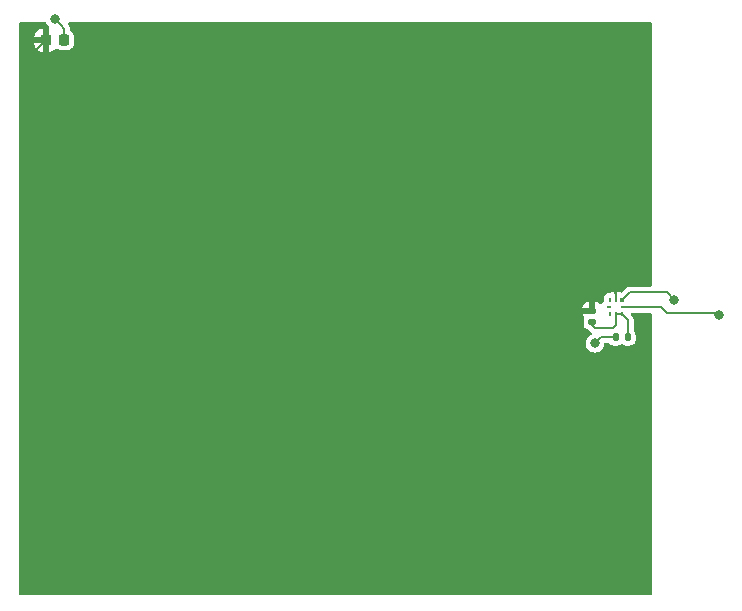
<source format=gtl>
%TF.GenerationSoftware,KiCad,Pcbnew,(6.99.0)*%
%TF.CreationDate,2022-05-24T21:05:52-07:00*%
%TF.ProjectId,Card,43617264-2e6b-4696-9361-645f70636258,rev?*%
%TF.SameCoordinates,Original*%
%TF.FileFunction,Copper,L1,Top*%
%TF.FilePolarity,Positive*%
%FSLAX46Y46*%
G04 Gerber Fmt 4.6, Leading zero omitted, Abs format (unit mm)*
G04 Created by KiCad (PCBNEW (6.99.0)) date 2022-05-24 21:05:52*
%MOMM*%
%LPD*%
G01*
G04 APERTURE LIST*
G04 Aperture macros list*
%AMRoundRect*
0 Rectangle with rounded corners*
0 $1 Rounding radius*
0 $2 $3 $4 $5 $6 $7 $8 $9 X,Y pos of 4 corners*
0 Add a 4 corners polygon primitive as box body*
4,1,4,$2,$3,$4,$5,$6,$7,$8,$9,$2,$3,0*
0 Add four circle primitives for the rounded corners*
1,1,$1+$1,$2,$3*
1,1,$1+$1,$4,$5*
1,1,$1+$1,$6,$7*
1,1,$1+$1,$8,$9*
0 Add four rect primitives between the rounded corners*
20,1,$1+$1,$2,$3,$4,$5,0*
20,1,$1+$1,$4,$5,$6,$7,0*
20,1,$1+$1,$6,$7,$8,$9,0*
20,1,$1+$1,$8,$9,$2,$3,0*%
G04 Aperture macros list end*
%TA.AperFunction,SMDPad,CuDef*%
%ADD10RoundRect,0.140000X0.170000X-0.140000X0.170000X0.140000X-0.170000X0.140000X-0.170000X-0.140000X0*%
%TD*%
%TA.AperFunction,SMDPad,CuDef*%
%ADD11RoundRect,0.135000X0.135000X0.185000X-0.135000X0.185000X-0.135000X-0.185000X0.135000X-0.185000X0*%
%TD*%
%TA.AperFunction,SMDPad,CuDef*%
%ADD12RoundRect,0.218750X-0.218750X-0.256250X0.218750X-0.256250X0.218750X0.256250X-0.218750X0.256250X0*%
%TD*%
%TA.AperFunction,SMDPad,CuDef*%
%ADD13R,0.370000X0.450000*%
%TD*%
%TA.AperFunction,SMDPad,CuDef*%
%ADD14R,0.270000X0.450000*%
%TD*%
%TA.AperFunction,SMDPad,CuDef*%
%ADD15R,0.450000X0.270000*%
%TD*%
%TA.AperFunction,ComponentPad*%
%ADD16C,0.808000*%
%TD*%
%TA.AperFunction,ViaPad*%
%ADD17C,0.800000*%
%TD*%
%TA.AperFunction,Conductor*%
%ADD18C,0.200000*%
%TD*%
G04 APERTURE END LIST*
D10*
%TO.P,C1,1*%
%TO.N,Net-(C1-Pad1)*%
X100838000Y-78458000D03*
%TO.P,C1,2*%
%TO.N,Net-(C1-Pad2)*%
X100838000Y-77498000D03*
%TD*%
D11*
%TO.P,R1,1*%
%TO.N,Net-(C1-Pad1)*%
X103888000Y-79756000D03*
%TO.P,R1,2*%
%TO.N,Net-(D1-Pad2)*%
X102868000Y-79756000D03*
%TD*%
D12*
%TO.P,D1,1,K*%
%TO.N,Net-(C1-Pad2)*%
X54584500Y-54610000D03*
%TO.P,D1,2,A*%
%TO.N,Net-(D1-Pad2)*%
X56159500Y-54610000D03*
%TD*%
D13*
%TO.P,U1,1,LA*%
%TO.N,Net-(U1-Pad1)*%
X103420000Y-76616000D03*
D14*
%TO.P,U1,2,VSS*%
%TO.N,Net-(C1-Pad2)*%
X102870000Y-76616000D03*
%TO.P,U1,3,SCL*%
%TO.N,unconnected-(U1-Pad3)*%
X102370000Y-76616000D03*
D15*
%TO.P,U1,4,FD*%
%TO.N,unconnected-(U1-Pad4)*%
X102270000Y-77216000D03*
D14*
%TO.P,U1,5,SDA*%
%TO.N,unconnected-(U1-Pad5)*%
X102370000Y-77816000D03*
%TO.P,U1,6,VCC*%
%TO.N,Net-(C1-Pad1)*%
X102870000Y-77816000D03*
%TO.P,U1,7,VOUT*%
X103370000Y-77816000D03*
D15*
%TO.P,U1,8,LB*%
%TO.N,Net-(U1-Pad8)*%
X103470000Y-77216000D03*
%TD*%
D16*
%TO.P,U2,P$2*%
%TO.N,Net-(U1-Pad8)*%
X111633000Y-77851000D03*
%TO.P,U2,P$1*%
%TO.N,Net-(U1-Pad1)*%
X107823000Y-76581000D03*
%TD*%
D17*
%TO.N,Net-(D1-Pad2)*%
X101092000Y-80264000D03*
X55372000Y-52832000D03*
%TO.N,Net-(C1-Pad2)*%
X53340000Y-57150000D03*
X99822000Y-79502000D03*
%TD*%
D18*
%TO.N,Net-(U1-Pad8)*%
X111633000Y-77851000D02*
X111506000Y-77724000D01*
X111506000Y-77724000D02*
X107188000Y-77724000D01*
X107188000Y-77724000D02*
X106680000Y-77216000D01*
X106680000Y-77216000D02*
X103470000Y-77216000D01*
%TO.N,Net-(U1-Pad1)*%
X107188000Y-75946000D02*
X107823000Y-76581000D01*
X107188000Y-75946000D02*
X104090000Y-75946000D01*
X104090000Y-75946000D02*
X103420000Y-76616000D01*
%TO.N,Net-(C1-Pad2)*%
X102870000Y-76616000D02*
X102870000Y-75946000D01*
X102616000Y-75692000D02*
X101346000Y-75692000D01*
X100838000Y-76200000D02*
X100838000Y-77498000D01*
X102870000Y-75946000D02*
X102616000Y-75692000D01*
X101346000Y-75692000D02*
X100838000Y-76200000D01*
%TO.N,Net-(C1-Pad1)*%
X100838000Y-78740000D02*
X100838000Y-78458000D01*
X103888000Y-78334000D02*
X103370000Y-77816000D01*
X102644000Y-78966000D02*
X101064000Y-78966000D01*
X102870000Y-78740000D02*
X102644000Y-78966000D01*
X102870000Y-77816000D02*
X102870000Y-78740000D01*
X101064000Y-78966000D02*
X100838000Y-78740000D01*
X102870000Y-77816000D02*
X103370000Y-77816000D01*
X103888000Y-79756000D02*
X103888000Y-78334000D01*
%TO.N,Net-(D1-Pad2)*%
X56159500Y-54610000D02*
X56159500Y-53619500D01*
X56159500Y-53619500D02*
X55880000Y-53340000D01*
X55880000Y-53340000D02*
X55372000Y-52832000D01*
X101092000Y-80264000D02*
X101600000Y-79756000D01*
X101600000Y-79756000D02*
X102868000Y-79756000D01*
%TO.N,Net-(C1-Pad2)*%
X100838000Y-77498000D02*
X100302000Y-77498000D01*
X54584500Y-54610000D02*
X53340000Y-55854500D01*
X100302000Y-77498000D02*
X99822000Y-77978000D01*
X99822000Y-77978000D02*
X99822000Y-79502000D01*
X100810000Y-77470000D02*
X100838000Y-77498000D01*
X53340000Y-55854500D02*
X53340000Y-57150000D01*
%TD*%
%TA.AperFunction,Conductor*%
%TO.N,Net-(C1-Pad2)*%
G36*
X54611429Y-53106002D02*
G01*
X54656859Y-53158195D01*
X54658083Y-53161876D01*
X54681215Y-53200071D01*
X54745096Y-53305551D01*
X54748908Y-53311846D01*
X54753797Y-53316909D01*
X54753798Y-53316910D01*
X54865183Y-53432252D01*
X54898115Y-53495148D01*
X54891815Y-53565865D01*
X54863804Y-53601954D01*
X54865604Y-53603514D01*
X54840171Y-53632865D01*
X54838500Y-53640548D01*
X54838500Y-55574885D01*
X54842975Y-55590124D01*
X54844365Y-55591329D01*
X54851321Y-55592842D01*
X54854782Y-55592663D01*
X54946021Y-55583196D01*
X54959417Y-55580303D01*
X55106687Y-55531170D01*
X55119866Y-55524996D01*
X55251514Y-55443530D01*
X55262915Y-55434494D01*
X55372316Y-55324902D01*
X55434598Y-55290823D01*
X55505419Y-55295826D01*
X55538194Y-55313957D01*
X55638035Y-55390568D01*
X55784053Y-55451050D01*
X55901405Y-55466500D01*
X56159437Y-55466500D01*
X56417594Y-55466499D01*
X56421678Y-55465961D01*
X56421683Y-55465961D01*
X56526759Y-55452128D01*
X56526760Y-55452128D01*
X56534947Y-55451050D01*
X56680965Y-55390568D01*
X56806354Y-55294354D01*
X56902568Y-55168965D01*
X56963050Y-55022947D01*
X56978500Y-54905595D01*
X56978499Y-54314406D01*
X56976902Y-54302270D01*
X56964128Y-54205241D01*
X56964128Y-54205240D01*
X56963050Y-54197053D01*
X56902568Y-54051035D01*
X56806354Y-53925646D01*
X56795470Y-53917294D01*
X56690296Y-53836592D01*
X56648429Y-53779254D01*
X56641000Y-53736629D01*
X56641000Y-53687551D01*
X56642261Y-53676264D01*
X56641684Y-53676218D01*
X56642404Y-53667267D01*
X56644385Y-53658513D01*
X56641242Y-53607856D01*
X56641000Y-53600053D01*
X56641000Y-53584929D01*
X56639634Y-53575389D01*
X56638604Y-53565335D01*
X56636400Y-53529817D01*
X56635844Y-53520855D01*
X56632795Y-53512409D01*
X56631627Y-53506770D01*
X56629283Y-53497369D01*
X56627670Y-53491854D01*
X56626398Y-53482969D01*
X56607957Y-53442409D01*
X56604145Y-53433044D01*
X56592062Y-53399574D01*
X56592058Y-53399567D01*
X56589011Y-53391126D01*
X56583716Y-53383878D01*
X56581015Y-53378798D01*
X56576118Y-53370417D01*
X56573027Y-53365584D01*
X56569312Y-53357414D01*
X56540217Y-53323648D01*
X56533941Y-53315743D01*
X56529371Y-53309488D01*
X56526495Y-53305551D01*
X56522039Y-53301095D01*
X56521785Y-53300629D01*
X56519890Y-53298417D01*
X56520358Y-53298016D01*
X56488013Y-53238783D01*
X56493078Y-53167968D01*
X56535625Y-53111132D01*
X56602145Y-53086321D01*
X56611134Y-53086000D01*
X105792000Y-53086000D01*
X105860121Y-53106002D01*
X105906614Y-53159658D01*
X105918000Y-53212000D01*
X105918000Y-75338500D01*
X105897998Y-75406621D01*
X105844342Y-75453114D01*
X105792000Y-75464500D01*
X104158044Y-75464500D01*
X104146761Y-75463239D01*
X104146715Y-75463817D01*
X104137768Y-75463097D01*
X104129012Y-75461116D01*
X104078366Y-75464258D01*
X104070564Y-75464500D01*
X104055429Y-75464500D01*
X104047181Y-75465681D01*
X104045881Y-75465867D01*
X104035831Y-75466896D01*
X104010031Y-75468497D01*
X103991354Y-75469656D01*
X103982905Y-75472706D01*
X103977276Y-75473872D01*
X103967869Y-75476218D01*
X103962360Y-75477829D01*
X103953469Y-75479102D01*
X103945296Y-75482818D01*
X103912900Y-75497547D01*
X103903540Y-75501357D01*
X103861626Y-75516489D01*
X103854380Y-75521782D01*
X103849308Y-75524479D01*
X103840917Y-75529382D01*
X103836084Y-75532473D01*
X103827914Y-75536188D01*
X103794148Y-75565283D01*
X103786243Y-75571559D01*
X103776051Y-75579005D01*
X103765838Y-75589218D01*
X103758992Y-75595575D01*
X103723428Y-75626219D01*
X103718544Y-75633753D01*
X103712645Y-75640516D01*
X103712583Y-75640462D01*
X103704057Y-75650999D01*
X103421745Y-75933311D01*
X103359433Y-75967337D01*
X103288618Y-75962272D01*
X103266654Y-75950271D01*
X103266517Y-75950522D01*
X103243054Y-75937676D01*
X103122606Y-75892522D01*
X103107351Y-75888895D01*
X103056486Y-75883369D01*
X103049672Y-75883000D01*
X103023115Y-75883000D01*
X103007876Y-75887475D01*
X103006671Y-75888865D01*
X103005000Y-75896548D01*
X103005000Y-76029244D01*
X102984998Y-76097365D01*
X102968170Y-76118265D01*
X102959180Y-76127270D01*
X102896896Y-76161347D01*
X102826076Y-76156341D01*
X102780991Y-76127420D01*
X102771979Y-76118424D01*
X102737902Y-76056140D01*
X102735000Y-76029254D01*
X102735000Y-75901116D01*
X102730525Y-75885877D01*
X102729135Y-75884672D01*
X102721452Y-75883001D01*
X102690331Y-75883001D01*
X102683510Y-75883371D01*
X102632648Y-75888895D01*
X102617396Y-75892521D01*
X102496946Y-75937676D01*
X102481352Y-75946214D01*
X102430499Y-75984326D01*
X102363993Y-76009174D01*
X102354934Y-76009500D01*
X102198842Y-76009500D01*
X102194294Y-76010170D01*
X102194287Y-76010170D01*
X102133541Y-76019112D01*
X102133539Y-76019113D01*
X102123856Y-76020538D01*
X102115068Y-76024853D01*
X102115067Y-76024853D01*
X102019197Y-76071923D01*
X102019196Y-76071924D01*
X102009849Y-76076513D01*
X101920120Y-76166399D01*
X101864345Y-76280503D01*
X101853500Y-76354842D01*
X101853500Y-76680677D01*
X101833498Y-76748798D01*
X101816675Y-76769693D01*
X101730120Y-76856399D01*
X101725546Y-76865757D01*
X101725545Y-76865758D01*
X101706726Y-76904258D01*
X101658841Y-76956675D01*
X101590219Y-76974883D01*
X101522647Y-76953100D01*
X101504431Y-76938021D01*
X101413926Y-76847516D01*
X101401499Y-76837876D01*
X101274220Y-76762604D01*
X101259784Y-76756357D01*
X101116359Y-76714688D01*
X101108391Y-76713232D01*
X101094969Y-76716052D01*
X101092000Y-76727513D01*
X101092000Y-77626000D01*
X101071998Y-77694121D01*
X101018342Y-77740614D01*
X100966000Y-77752000D01*
X100044442Y-77752000D01*
X100030911Y-77755973D01*
X100029776Y-77763871D01*
X100066357Y-77889784D01*
X100072604Y-77904220D01*
X100147878Y-78031502D01*
X100151916Y-78036708D01*
X100177863Y-78102793D01*
X100169508Y-78160315D01*
X100159773Y-78184902D01*
X100159770Y-78184913D01*
X100156792Y-78192435D01*
X100146500Y-78277484D01*
X100146500Y-78638516D01*
X100156792Y-78723565D01*
X100209390Y-78856413D01*
X100295777Y-78970223D01*
X100409587Y-79056610D01*
X100487044Y-79087278D01*
X100517671Y-79105936D01*
X100518219Y-79106572D01*
X100525754Y-79111456D01*
X100532517Y-79117356D01*
X100532463Y-79117418D01*
X100542999Y-79125943D01*
X100675412Y-79258356D01*
X100682499Y-79267226D01*
X100682941Y-79266850D01*
X100688757Y-79273683D01*
X100693549Y-79281279D01*
X100731602Y-79314886D01*
X100737274Y-79320218D01*
X100747973Y-79330917D01*
X100751550Y-79333598D01*
X100751555Y-79333602D01*
X100755689Y-79336700D01*
X100763532Y-79343085D01*
X100773096Y-79351532D01*
X100810913Y-79411619D01*
X100810241Y-79482613D01*
X100771294Y-79541973D01*
X100755718Y-79553283D01*
X100607816Y-79644273D01*
X100602781Y-79649204D01*
X100602778Y-79649206D01*
X100487581Y-79762016D01*
X100482549Y-79766944D01*
X100387572Y-79914319D01*
X100327606Y-80079074D01*
X100305632Y-80253020D01*
X100322741Y-80427511D01*
X100378083Y-80593876D01*
X100468908Y-80743846D01*
X100473797Y-80748909D01*
X100473798Y-80748910D01*
X100549749Y-80827559D01*
X100590701Y-80869966D01*
X100596593Y-80873821D01*
X100596597Y-80873825D01*
X100681457Y-80929355D01*
X100737410Y-80965970D01*
X100744014Y-80968426D01*
X100895140Y-81024629D01*
X100895142Y-81024629D01*
X100901742Y-81027084D01*
X100908725Y-81028016D01*
X100908726Y-81028016D01*
X101068549Y-81049342D01*
X101068553Y-81049342D01*
X101075530Y-81050273D01*
X101082541Y-81049635D01*
X101082545Y-81049635D01*
X101220105Y-81037115D01*
X101250137Y-81034382D01*
X101256839Y-81032204D01*
X101256841Y-81032204D01*
X101410185Y-80982380D01*
X101410188Y-80982379D01*
X101416884Y-80980203D01*
X101567484Y-80890427D01*
X101572578Y-80885576D01*
X101572582Y-80885573D01*
X101641833Y-80819625D01*
X101694452Y-80769517D01*
X101791477Y-80623482D01*
X101853737Y-80459581D01*
X101867358Y-80362662D01*
X101869705Y-80345964D01*
X101898993Y-80281290D01*
X101958597Y-80242717D01*
X101994479Y-80237500D01*
X102247031Y-80237500D01*
X102315152Y-80257502D01*
X102347391Y-80287317D01*
X102364346Y-80309654D01*
X102477064Y-80395213D01*
X102608639Y-80447307D01*
X102616677Y-80448280D01*
X102616678Y-80448280D01*
X102646654Y-80451907D01*
X102692871Y-80457500D01*
X102867861Y-80457500D01*
X103043128Y-80457499D01*
X103085516Y-80452370D01*
X103119331Y-80448279D01*
X103119334Y-80448278D01*
X103127361Y-80447307D01*
X103134878Y-80444331D01*
X103134881Y-80444330D01*
X103202369Y-80417610D01*
X103258936Y-80395213D01*
X103265777Y-80390020D01*
X103265781Y-80390018D01*
X103301820Y-80362662D01*
X103368173Y-80337408D01*
X103437647Y-80352036D01*
X103454180Y-80362662D01*
X103490219Y-80390018D01*
X103490223Y-80390020D01*
X103497064Y-80395213D01*
X103628639Y-80447307D01*
X103636677Y-80448280D01*
X103636678Y-80448280D01*
X103666654Y-80451907D01*
X103712871Y-80457500D01*
X103887861Y-80457500D01*
X104063128Y-80457499D01*
X104105516Y-80452370D01*
X104139331Y-80448279D01*
X104139334Y-80448278D01*
X104147361Y-80447307D01*
X104154878Y-80444331D01*
X104154881Y-80444330D01*
X104222369Y-80417610D01*
X104278936Y-80395213D01*
X104391654Y-80309654D01*
X104408608Y-80287319D01*
X104472018Y-80203780D01*
X104477213Y-80196936D01*
X104529307Y-80065361D01*
X104539500Y-79981129D01*
X104539499Y-79530872D01*
X104529307Y-79446639D01*
X104523193Y-79431195D01*
X104485779Y-79336700D01*
X104477213Y-79315064D01*
X104395138Y-79206936D01*
X104369884Y-79140583D01*
X104369500Y-79130756D01*
X104369500Y-78402051D01*
X104370761Y-78390764D01*
X104370184Y-78390718D01*
X104370904Y-78381767D01*
X104372885Y-78373013D01*
X104369742Y-78322356D01*
X104369500Y-78314553D01*
X104369500Y-78299429D01*
X104368134Y-78289889D01*
X104367104Y-78279835D01*
X104364900Y-78244317D01*
X104364344Y-78235355D01*
X104361295Y-78226909D01*
X104360127Y-78221270D01*
X104357783Y-78211869D01*
X104356170Y-78206354D01*
X104354898Y-78197469D01*
X104349184Y-78184902D01*
X104336457Y-78156909D01*
X104332645Y-78147544D01*
X104320562Y-78114074D01*
X104320558Y-78114067D01*
X104317511Y-78105626D01*
X104312216Y-78098378D01*
X104309515Y-78093298D01*
X104304618Y-78084917D01*
X104301527Y-78080084D01*
X104297812Y-78071914D01*
X104268717Y-78038148D01*
X104262441Y-78030243D01*
X104257871Y-78023988D01*
X104254995Y-78020051D01*
X104244782Y-78009838D01*
X104238424Y-78002991D01*
X104213642Y-77974230D01*
X104207781Y-77967428D01*
X104200247Y-77962544D01*
X104193484Y-77956645D01*
X104193538Y-77956583D01*
X104183001Y-77948057D01*
X104147539Y-77912595D01*
X104113513Y-77850283D01*
X104118578Y-77779468D01*
X104161125Y-77722632D01*
X104227645Y-77697821D01*
X104236634Y-77697500D01*
X105792000Y-77697500D01*
X105860121Y-77717502D01*
X105906614Y-77771158D01*
X105918000Y-77823500D01*
X105918000Y-101474000D01*
X105897998Y-101542121D01*
X105844342Y-101588614D01*
X105792000Y-101600000D01*
X52450000Y-101600000D01*
X52381879Y-101579998D01*
X52335386Y-101526342D01*
X52324000Y-101474000D01*
X52324000Y-77226605D01*
X100031381Y-77226605D01*
X100031421Y-77240705D01*
X100038691Y-77244000D01*
X100565885Y-77244000D01*
X100581124Y-77239525D01*
X100582329Y-77238135D01*
X100584000Y-77230452D01*
X100584000Y-76729576D01*
X100579656Y-76714781D01*
X100569225Y-76712937D01*
X100559641Y-76714688D01*
X100416216Y-76756357D01*
X100401780Y-76762604D01*
X100274501Y-76837876D01*
X100262074Y-76847516D01*
X100157516Y-76952074D01*
X100147876Y-76964501D01*
X100072604Y-77091780D01*
X100066357Y-77106216D01*
X100031381Y-77226605D01*
X52324000Y-77226605D01*
X52324000Y-54911266D01*
X53639000Y-54911266D01*
X53639337Y-54917782D01*
X53648804Y-55009021D01*
X53651697Y-55022417D01*
X53700830Y-55169687D01*
X53707004Y-55182866D01*
X53788470Y-55314514D01*
X53797506Y-55325915D01*
X53907080Y-55435298D01*
X53918491Y-55444310D01*
X54050291Y-55525553D01*
X54063468Y-55531697D01*
X54210843Y-55580579D01*
X54224210Y-55583445D01*
X54313700Y-55592614D01*
X54327624Y-55588525D01*
X54328829Y-55587135D01*
X54330500Y-55579452D01*
X54330500Y-54882115D01*
X54326025Y-54866876D01*
X54324635Y-54865671D01*
X54316952Y-54864000D01*
X53657115Y-54864000D01*
X53641876Y-54868475D01*
X53640671Y-54869865D01*
X53639000Y-54877548D01*
X53639000Y-54911266D01*
X52324000Y-54911266D01*
X52324000Y-54337885D01*
X53639000Y-54337885D01*
X53643475Y-54353124D01*
X53644865Y-54354329D01*
X53652548Y-54356000D01*
X54312385Y-54356000D01*
X54327624Y-54351525D01*
X54328829Y-54350135D01*
X54330500Y-54342452D01*
X54330500Y-53645115D01*
X54326025Y-53629876D01*
X54324635Y-53628671D01*
X54317679Y-53627158D01*
X54314218Y-53627337D01*
X54222979Y-53636804D01*
X54209583Y-53639697D01*
X54062313Y-53688830D01*
X54049134Y-53695004D01*
X53917486Y-53776470D01*
X53906085Y-53785506D01*
X53796702Y-53895080D01*
X53787690Y-53906491D01*
X53706447Y-54038291D01*
X53700303Y-54051468D01*
X53651421Y-54198843D01*
X53648555Y-54212210D01*
X53639328Y-54302270D01*
X53639000Y-54308685D01*
X53639000Y-54337885D01*
X52324000Y-54337885D01*
X52324000Y-53212000D01*
X52344002Y-53143879D01*
X52397658Y-53097386D01*
X52450000Y-53086000D01*
X54543308Y-53086000D01*
X54611429Y-53106002D01*
G37*
%TD.AperFunction*%
%TD*%
%TA.AperFunction,Conductor*%
%TO.N,Net-(C1-Pad2)*%
G36*
X54611429Y-53106002D02*
G01*
X54656859Y-53158195D01*
X54658083Y-53161876D01*
X54681215Y-53200071D01*
X54745096Y-53305551D01*
X54748908Y-53311846D01*
X54753797Y-53316909D01*
X54753798Y-53316910D01*
X54865183Y-53432252D01*
X54898115Y-53495148D01*
X54891815Y-53565865D01*
X54863804Y-53601954D01*
X54865604Y-53603514D01*
X54840171Y-53632865D01*
X54838500Y-53640548D01*
X54838500Y-55574885D01*
X54842975Y-55590124D01*
X54844365Y-55591329D01*
X54851321Y-55592842D01*
X54854782Y-55592663D01*
X54946021Y-55583196D01*
X54959417Y-55580303D01*
X55106687Y-55531170D01*
X55119866Y-55524996D01*
X55251514Y-55443530D01*
X55262915Y-55434494D01*
X55372316Y-55324902D01*
X55434598Y-55290823D01*
X55505419Y-55295826D01*
X55538194Y-55313957D01*
X55638035Y-55390568D01*
X55784053Y-55451050D01*
X55901405Y-55466500D01*
X56159437Y-55466500D01*
X56417594Y-55466499D01*
X56421678Y-55465961D01*
X56421683Y-55465961D01*
X56526759Y-55452128D01*
X56526760Y-55452128D01*
X56534947Y-55451050D01*
X56680965Y-55390568D01*
X56806354Y-55294354D01*
X56902568Y-55168965D01*
X56963050Y-55022947D01*
X56978500Y-54905595D01*
X56978499Y-54314406D01*
X56976902Y-54302270D01*
X56964128Y-54205241D01*
X56964128Y-54205240D01*
X56963050Y-54197053D01*
X56902568Y-54051035D01*
X56806354Y-53925646D01*
X56795470Y-53917294D01*
X56690296Y-53836592D01*
X56648429Y-53779254D01*
X56641000Y-53736629D01*
X56641000Y-53687551D01*
X56642261Y-53676264D01*
X56641684Y-53676218D01*
X56642404Y-53667267D01*
X56644385Y-53658513D01*
X56641242Y-53607856D01*
X56641000Y-53600053D01*
X56641000Y-53584929D01*
X56639634Y-53575389D01*
X56638604Y-53565335D01*
X56636400Y-53529817D01*
X56635844Y-53520855D01*
X56632795Y-53512409D01*
X56631627Y-53506770D01*
X56629283Y-53497369D01*
X56627670Y-53491854D01*
X56626398Y-53482969D01*
X56607957Y-53442409D01*
X56604145Y-53433044D01*
X56592062Y-53399574D01*
X56592058Y-53399567D01*
X56589011Y-53391126D01*
X56583716Y-53383878D01*
X56581015Y-53378798D01*
X56576118Y-53370417D01*
X56573027Y-53365584D01*
X56569312Y-53357414D01*
X56540217Y-53323648D01*
X56533941Y-53315743D01*
X56529371Y-53309488D01*
X56526495Y-53305551D01*
X56522039Y-53301095D01*
X56521785Y-53300629D01*
X56519890Y-53298417D01*
X56520358Y-53298016D01*
X56488013Y-53238783D01*
X56493078Y-53167968D01*
X56535625Y-53111132D01*
X56602145Y-53086321D01*
X56611134Y-53086000D01*
X105792000Y-53086000D01*
X105860121Y-53106002D01*
X105906614Y-53159658D01*
X105918000Y-53212000D01*
X105918000Y-75338500D01*
X105897998Y-75406621D01*
X105844342Y-75453114D01*
X105792000Y-75464500D01*
X104158044Y-75464500D01*
X104146761Y-75463239D01*
X104146715Y-75463817D01*
X104137768Y-75463097D01*
X104129012Y-75461116D01*
X104078366Y-75464258D01*
X104070564Y-75464500D01*
X104055429Y-75464500D01*
X104047181Y-75465681D01*
X104045881Y-75465867D01*
X104035831Y-75466896D01*
X104010031Y-75468497D01*
X103991354Y-75469656D01*
X103982905Y-75472706D01*
X103977276Y-75473872D01*
X103967869Y-75476218D01*
X103962360Y-75477829D01*
X103953469Y-75479102D01*
X103945296Y-75482818D01*
X103912900Y-75497547D01*
X103903540Y-75501357D01*
X103861626Y-75516489D01*
X103854380Y-75521782D01*
X103849308Y-75524479D01*
X103840917Y-75529382D01*
X103836084Y-75532473D01*
X103827914Y-75536188D01*
X103794148Y-75565283D01*
X103786243Y-75571559D01*
X103776051Y-75579005D01*
X103765838Y-75589218D01*
X103758992Y-75595575D01*
X103723428Y-75626219D01*
X103718544Y-75633753D01*
X103712645Y-75640516D01*
X103712583Y-75640462D01*
X103704057Y-75650999D01*
X103421745Y-75933311D01*
X103359433Y-75967337D01*
X103288618Y-75962272D01*
X103266654Y-75950271D01*
X103266517Y-75950522D01*
X103243054Y-75937676D01*
X103122606Y-75892522D01*
X103107351Y-75888895D01*
X103056486Y-75883369D01*
X103049672Y-75883000D01*
X103023115Y-75883000D01*
X103007876Y-75887475D01*
X103006671Y-75888865D01*
X103005000Y-75896548D01*
X103005000Y-76029244D01*
X102984998Y-76097365D01*
X102968170Y-76118265D01*
X102959180Y-76127270D01*
X102896896Y-76161347D01*
X102826076Y-76156341D01*
X102780991Y-76127420D01*
X102771979Y-76118424D01*
X102737902Y-76056140D01*
X102735000Y-76029254D01*
X102735000Y-75901116D01*
X102730525Y-75885877D01*
X102729135Y-75884672D01*
X102721452Y-75883001D01*
X102690331Y-75883001D01*
X102683510Y-75883371D01*
X102632648Y-75888895D01*
X102617396Y-75892521D01*
X102496946Y-75937676D01*
X102481352Y-75946214D01*
X102430499Y-75984326D01*
X102363993Y-76009174D01*
X102354934Y-76009500D01*
X102198842Y-76009500D01*
X102194294Y-76010170D01*
X102194287Y-76010170D01*
X102133541Y-76019112D01*
X102133539Y-76019113D01*
X102123856Y-76020538D01*
X102115068Y-76024853D01*
X102115067Y-76024853D01*
X102019197Y-76071923D01*
X102019196Y-76071924D01*
X102009849Y-76076513D01*
X101920120Y-76166399D01*
X101864345Y-76280503D01*
X101853500Y-76354842D01*
X101853500Y-76680677D01*
X101833498Y-76748798D01*
X101816675Y-76769693D01*
X101730120Y-76856399D01*
X101725546Y-76865757D01*
X101725545Y-76865758D01*
X101706726Y-76904258D01*
X101658841Y-76956675D01*
X101590219Y-76974883D01*
X101522647Y-76953100D01*
X101504431Y-76938021D01*
X101413926Y-76847516D01*
X101401499Y-76837876D01*
X101274220Y-76762604D01*
X101259784Y-76756357D01*
X101116359Y-76714688D01*
X101108391Y-76713232D01*
X101094969Y-76716052D01*
X101092000Y-76727513D01*
X101092000Y-77626000D01*
X101071998Y-77694121D01*
X101018342Y-77740614D01*
X100966000Y-77752000D01*
X100044442Y-77752000D01*
X100030911Y-77755973D01*
X100029776Y-77763871D01*
X100066357Y-77889784D01*
X100072604Y-77904220D01*
X100147878Y-78031502D01*
X100151916Y-78036708D01*
X100177863Y-78102793D01*
X100169508Y-78160315D01*
X100159773Y-78184902D01*
X100159770Y-78184913D01*
X100156792Y-78192435D01*
X100146500Y-78277484D01*
X100146500Y-78638516D01*
X100156792Y-78723565D01*
X100209390Y-78856413D01*
X100295777Y-78970223D01*
X100409587Y-79056610D01*
X100487044Y-79087278D01*
X100517671Y-79105936D01*
X100518219Y-79106572D01*
X100525754Y-79111456D01*
X100532517Y-79117356D01*
X100532463Y-79117418D01*
X100542999Y-79125943D01*
X100675412Y-79258356D01*
X100682499Y-79267226D01*
X100682941Y-79266850D01*
X100688757Y-79273683D01*
X100693549Y-79281279D01*
X100731602Y-79314886D01*
X100737274Y-79320218D01*
X100747973Y-79330917D01*
X100751550Y-79333598D01*
X100751555Y-79333602D01*
X100755689Y-79336700D01*
X100763532Y-79343085D01*
X100773096Y-79351532D01*
X100810913Y-79411619D01*
X100810241Y-79482613D01*
X100771294Y-79541973D01*
X100755718Y-79553283D01*
X100607816Y-79644273D01*
X100602781Y-79649204D01*
X100602778Y-79649206D01*
X100487581Y-79762016D01*
X100482549Y-79766944D01*
X100387572Y-79914319D01*
X100327606Y-80079074D01*
X100305632Y-80253020D01*
X100322741Y-80427511D01*
X100378083Y-80593876D01*
X100468908Y-80743846D01*
X100473797Y-80748909D01*
X100473798Y-80748910D01*
X100549749Y-80827559D01*
X100590701Y-80869966D01*
X100596593Y-80873821D01*
X100596597Y-80873825D01*
X100681457Y-80929355D01*
X100737410Y-80965970D01*
X100744014Y-80968426D01*
X100895140Y-81024629D01*
X100895142Y-81024629D01*
X100901742Y-81027084D01*
X100908725Y-81028016D01*
X100908726Y-81028016D01*
X101068549Y-81049342D01*
X101068553Y-81049342D01*
X101075530Y-81050273D01*
X101082541Y-81049635D01*
X101082545Y-81049635D01*
X101220105Y-81037115D01*
X101250137Y-81034382D01*
X101256839Y-81032204D01*
X101256841Y-81032204D01*
X101410185Y-80982380D01*
X101410188Y-80982379D01*
X101416884Y-80980203D01*
X101567484Y-80890427D01*
X101572578Y-80885576D01*
X101572582Y-80885573D01*
X101641833Y-80819625D01*
X101694452Y-80769517D01*
X101791477Y-80623482D01*
X101853737Y-80459581D01*
X101867358Y-80362662D01*
X101869705Y-80345964D01*
X101898993Y-80281290D01*
X101958597Y-80242717D01*
X101994479Y-80237500D01*
X102247031Y-80237500D01*
X102315152Y-80257502D01*
X102347391Y-80287317D01*
X102364346Y-80309654D01*
X102477064Y-80395213D01*
X102608639Y-80447307D01*
X102616677Y-80448280D01*
X102616678Y-80448280D01*
X102646654Y-80451907D01*
X102692871Y-80457500D01*
X102867861Y-80457500D01*
X103043128Y-80457499D01*
X103085516Y-80452370D01*
X103119331Y-80448279D01*
X103119334Y-80448278D01*
X103127361Y-80447307D01*
X103134878Y-80444331D01*
X103134881Y-80444330D01*
X103202369Y-80417610D01*
X103258936Y-80395213D01*
X103265777Y-80390020D01*
X103265781Y-80390018D01*
X103301820Y-80362662D01*
X103368173Y-80337408D01*
X103437647Y-80352036D01*
X103454180Y-80362662D01*
X103490219Y-80390018D01*
X103490223Y-80390020D01*
X103497064Y-80395213D01*
X103628639Y-80447307D01*
X103636677Y-80448280D01*
X103636678Y-80448280D01*
X103666654Y-80451907D01*
X103712871Y-80457500D01*
X103887861Y-80457500D01*
X104063128Y-80457499D01*
X104105516Y-80452370D01*
X104139331Y-80448279D01*
X104139334Y-80448278D01*
X104147361Y-80447307D01*
X104154878Y-80444331D01*
X104154881Y-80444330D01*
X104222369Y-80417610D01*
X104278936Y-80395213D01*
X104391654Y-80309654D01*
X104408608Y-80287319D01*
X104472018Y-80203780D01*
X104477213Y-80196936D01*
X104529307Y-80065361D01*
X104539500Y-79981129D01*
X104539499Y-79530872D01*
X104529307Y-79446639D01*
X104523193Y-79431195D01*
X104485779Y-79336700D01*
X104477213Y-79315064D01*
X104395138Y-79206936D01*
X104369884Y-79140583D01*
X104369500Y-79130756D01*
X104369500Y-78402051D01*
X104370761Y-78390764D01*
X104370184Y-78390718D01*
X104370904Y-78381767D01*
X104372885Y-78373013D01*
X104369742Y-78322356D01*
X104369500Y-78314553D01*
X104369500Y-78299429D01*
X104368134Y-78289889D01*
X104367104Y-78279835D01*
X104364900Y-78244317D01*
X104364344Y-78235355D01*
X104361295Y-78226909D01*
X104360127Y-78221270D01*
X104357783Y-78211869D01*
X104356170Y-78206354D01*
X104354898Y-78197469D01*
X104349184Y-78184902D01*
X104336457Y-78156909D01*
X104332645Y-78147544D01*
X104320562Y-78114074D01*
X104320558Y-78114067D01*
X104317511Y-78105626D01*
X104312216Y-78098378D01*
X104309515Y-78093298D01*
X104304618Y-78084917D01*
X104301527Y-78080084D01*
X104297812Y-78071914D01*
X104268717Y-78038148D01*
X104262441Y-78030243D01*
X104257871Y-78023988D01*
X104254995Y-78020051D01*
X104244782Y-78009838D01*
X104238424Y-78002991D01*
X104213642Y-77974230D01*
X104207781Y-77967428D01*
X104200247Y-77962544D01*
X104193484Y-77956645D01*
X104193538Y-77956583D01*
X104183001Y-77948057D01*
X104147539Y-77912595D01*
X104113513Y-77850283D01*
X104118578Y-77779468D01*
X104161125Y-77722632D01*
X104227645Y-77697821D01*
X104236634Y-77697500D01*
X105792000Y-77697500D01*
X105860121Y-77717502D01*
X105906614Y-77771158D01*
X105918000Y-77823500D01*
X105918000Y-101474000D01*
X105897998Y-101542121D01*
X105844342Y-101588614D01*
X105792000Y-101600000D01*
X52450000Y-101600000D01*
X52381879Y-101579998D01*
X52335386Y-101526342D01*
X52324000Y-101474000D01*
X52324000Y-77226605D01*
X100031381Y-77226605D01*
X100031421Y-77240705D01*
X100038691Y-77244000D01*
X100565885Y-77244000D01*
X100581124Y-77239525D01*
X100582329Y-77238135D01*
X100584000Y-77230452D01*
X100584000Y-76729576D01*
X100579656Y-76714781D01*
X100569225Y-76712937D01*
X100559641Y-76714688D01*
X100416216Y-76756357D01*
X100401780Y-76762604D01*
X100274501Y-76837876D01*
X100262074Y-76847516D01*
X100157516Y-76952074D01*
X100147876Y-76964501D01*
X100072604Y-77091780D01*
X100066357Y-77106216D01*
X100031381Y-77226605D01*
X52324000Y-77226605D01*
X52324000Y-54911266D01*
X53639000Y-54911266D01*
X53639337Y-54917782D01*
X53648804Y-55009021D01*
X53651697Y-55022417D01*
X53700830Y-55169687D01*
X53707004Y-55182866D01*
X53788470Y-55314514D01*
X53797506Y-55325915D01*
X53907080Y-55435298D01*
X53918491Y-55444310D01*
X54050291Y-55525553D01*
X54063468Y-55531697D01*
X54210843Y-55580579D01*
X54224210Y-55583445D01*
X54313700Y-55592614D01*
X54327624Y-55588525D01*
X54328829Y-55587135D01*
X54330500Y-55579452D01*
X54330500Y-54882115D01*
X54326025Y-54866876D01*
X54324635Y-54865671D01*
X54316952Y-54864000D01*
X53657115Y-54864000D01*
X53641876Y-54868475D01*
X53640671Y-54869865D01*
X53639000Y-54877548D01*
X53639000Y-54911266D01*
X52324000Y-54911266D01*
X52324000Y-54337885D01*
X53639000Y-54337885D01*
X53643475Y-54353124D01*
X53644865Y-54354329D01*
X53652548Y-54356000D01*
X54312385Y-54356000D01*
X54327624Y-54351525D01*
X54328829Y-54350135D01*
X54330500Y-54342452D01*
X54330500Y-53645115D01*
X54326025Y-53629876D01*
X54324635Y-53628671D01*
X54317679Y-53627158D01*
X54314218Y-53627337D01*
X54222979Y-53636804D01*
X54209583Y-53639697D01*
X54062313Y-53688830D01*
X54049134Y-53695004D01*
X53917486Y-53776470D01*
X53906085Y-53785506D01*
X53796702Y-53895080D01*
X53787690Y-53906491D01*
X53706447Y-54038291D01*
X53700303Y-54051468D01*
X53651421Y-54198843D01*
X53648555Y-54212210D01*
X53639328Y-54302270D01*
X53639000Y-54308685D01*
X53639000Y-54337885D01*
X52324000Y-54337885D01*
X52324000Y-53212000D01*
X52344002Y-53143879D01*
X52397658Y-53097386D01*
X52450000Y-53086000D01*
X54543308Y-53086000D01*
X54611429Y-53106002D01*
G37*
%TD.AperFunction*%
%TD*%
M02*

</source>
